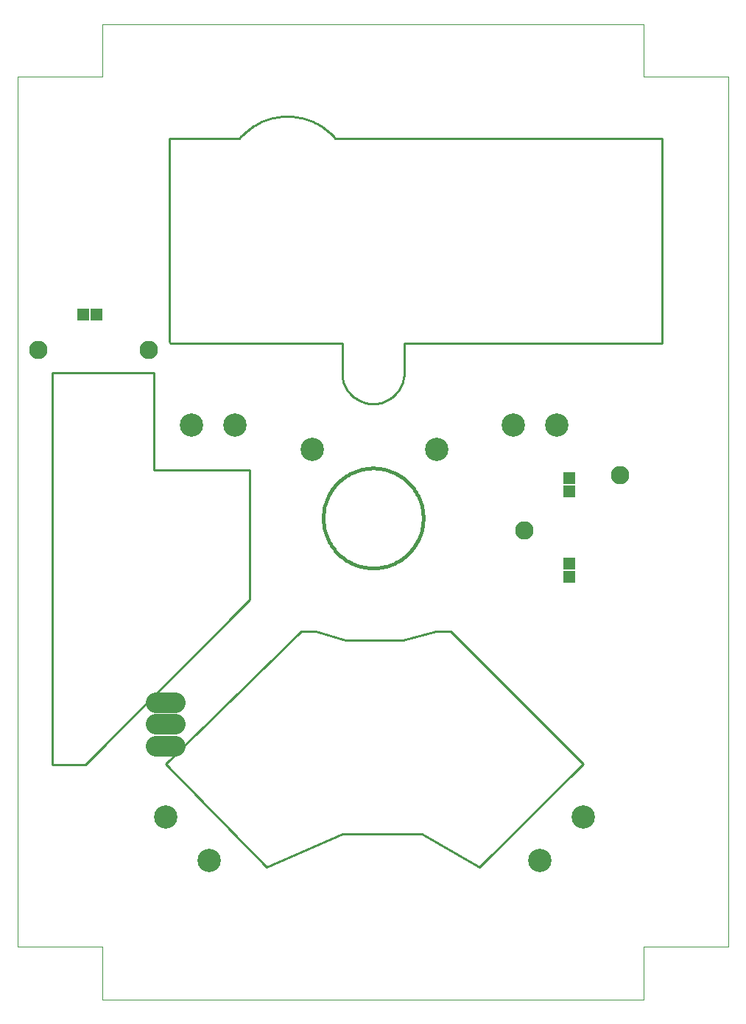
<source format=gts>
G75*
%MOIN*%
%OFA0B0*%
%FSLAX24Y24*%
%IPPOS*%
%LPD*%
%AMOC8*
5,1,8,0,0,1.08239X$1,22.5*
%
%ADD10C,0.0000*%
%ADD11C,0.0100*%
%ADD12C,0.0160*%
%ADD13C,0.0828*%
%ADD14C,0.0936*%
%ADD15R,0.0575X0.0575*%
%ADD16C,0.1054*%
D10*
X002560Y002483D02*
X002560Y041849D01*
X006400Y041849D01*
X006400Y044233D01*
X030896Y044233D01*
X030896Y041849D01*
X034737Y041849D01*
X034737Y002484D01*
X030896Y002484D01*
X030896Y000100D01*
X030897Y000100D01*
X030896Y000100D02*
X006400Y000100D01*
X006400Y002484D01*
X002560Y002484D01*
X002560Y002483D02*
X002562Y002483D01*
X034598Y041852D02*
X034737Y041849D01*
D11*
X031710Y039050D02*
X031710Y029800D01*
X020060Y029800D01*
X020060Y028350D01*
X020039Y028328D02*
X020030Y028255D01*
X020017Y028182D01*
X020000Y028110D01*
X019980Y028040D01*
X019955Y027970D01*
X019927Y027901D01*
X019896Y027835D01*
X019861Y027770D01*
X019823Y027706D01*
X019781Y027645D01*
X019737Y027587D01*
X019689Y027530D01*
X019638Y027477D01*
X019585Y027426D01*
X019529Y027378D01*
X019470Y027332D01*
X019410Y027290D01*
X019347Y027252D01*
X019282Y027216D01*
X019215Y027184D01*
X019147Y027156D01*
X019078Y027131D01*
X019007Y027110D01*
X018935Y027093D01*
X018863Y027079D01*
X018789Y027070D01*
X018716Y027064D01*
X018642Y027062D01*
X018568Y027064D01*
X018495Y027070D01*
X018421Y027079D01*
X018349Y027093D01*
X018277Y027110D01*
X018206Y027131D01*
X018137Y027156D01*
X018069Y027184D01*
X018002Y027216D01*
X017937Y027252D01*
X017874Y027290D01*
X017814Y027332D01*
X017755Y027378D01*
X017699Y027426D01*
X017646Y027477D01*
X017595Y027530D01*
X017547Y027587D01*
X017503Y027645D01*
X017461Y027706D01*
X017423Y027770D01*
X017388Y027835D01*
X017357Y027901D01*
X017329Y027970D01*
X017304Y028040D01*
X017284Y028110D01*
X017267Y028182D01*
X017254Y028255D01*
X017245Y028328D01*
X017260Y028350D02*
X017260Y029800D01*
X009460Y029800D01*
X009410Y029850D02*
X009410Y039050D01*
X009449Y039076D02*
X012599Y039076D01*
X012668Y039154D01*
X012741Y039229D01*
X012816Y039302D01*
X012894Y039371D01*
X012974Y039438D01*
X013057Y039502D01*
X013142Y039563D01*
X013229Y039621D01*
X013318Y039675D01*
X013410Y039726D01*
X013503Y039774D01*
X013597Y039818D01*
X013693Y039859D01*
X013791Y039896D01*
X013890Y039930D01*
X013990Y039960D01*
X014091Y039987D01*
X014193Y040009D01*
X014296Y040028D01*
X014399Y040044D01*
X014503Y040055D01*
X014607Y040063D01*
X014712Y040067D01*
X014816Y040067D01*
X014921Y040063D01*
X015025Y040055D01*
X015129Y040044D01*
X015232Y040028D01*
X015335Y040009D01*
X015437Y039987D01*
X015538Y039960D01*
X015638Y039930D01*
X015737Y039896D01*
X015835Y039859D01*
X015931Y039818D01*
X016025Y039774D01*
X016118Y039726D01*
X016210Y039675D01*
X016299Y039621D01*
X016386Y039563D01*
X016471Y039502D01*
X016554Y039438D01*
X016634Y039371D01*
X016712Y039302D01*
X016787Y039229D01*
X016860Y039154D01*
X016929Y039076D01*
X016930Y039076D02*
X031693Y039076D01*
X022164Y016776D02*
X021491Y016776D01*
X019992Y016352D01*
X017402Y016352D01*
X016049Y016776D01*
X015378Y016776D01*
X009252Y010769D01*
X013827Y006104D01*
X017244Y007601D01*
X020844Y007601D01*
X023469Y006104D01*
X028150Y010769D01*
X022164Y016776D01*
X013069Y018182D02*
X013069Y024072D01*
X008717Y024072D01*
X008717Y028450D01*
X004137Y028450D01*
X004137Y010733D01*
X005623Y010733D01*
X013069Y018182D01*
D12*
X016389Y021887D02*
X016391Y021982D01*
X016397Y022076D01*
X016407Y022170D01*
X016421Y022264D01*
X016438Y022357D01*
X016460Y022449D01*
X016486Y022541D01*
X016515Y022631D01*
X016548Y022719D01*
X016584Y022807D01*
X016625Y022892D01*
X016669Y022976D01*
X016716Y023058D01*
X016767Y023138D01*
X016821Y023216D01*
X016878Y023291D01*
X016938Y023364D01*
X017002Y023435D01*
X017068Y023502D01*
X017137Y023567D01*
X017209Y023629D01*
X017283Y023688D01*
X017360Y023744D01*
X017438Y023796D01*
X017519Y023845D01*
X017602Y023891D01*
X017687Y023933D01*
X017774Y023971D01*
X017862Y024006D01*
X017951Y024037D01*
X018042Y024065D01*
X018134Y024088D01*
X018226Y024108D01*
X018320Y024124D01*
X018414Y024136D01*
X018508Y024144D01*
X018603Y024148D01*
X018697Y024148D01*
X018792Y024144D01*
X018886Y024136D01*
X018980Y024124D01*
X019074Y024108D01*
X019166Y024088D01*
X019258Y024065D01*
X019349Y024037D01*
X019438Y024006D01*
X019526Y023971D01*
X019613Y023933D01*
X019698Y023891D01*
X019780Y023845D01*
X019862Y023796D01*
X019940Y023744D01*
X020017Y023688D01*
X020091Y023629D01*
X020163Y023567D01*
X020232Y023502D01*
X020298Y023435D01*
X020362Y023364D01*
X020422Y023291D01*
X020479Y023216D01*
X020533Y023138D01*
X020584Y023058D01*
X020631Y022976D01*
X020675Y022892D01*
X020716Y022807D01*
X020752Y022719D01*
X020785Y022631D01*
X020814Y022541D01*
X020840Y022449D01*
X020862Y022357D01*
X020879Y022264D01*
X020893Y022170D01*
X020903Y022076D01*
X020909Y021982D01*
X020911Y021887D01*
X020909Y021792D01*
X020903Y021698D01*
X020893Y021604D01*
X020879Y021510D01*
X020862Y021417D01*
X020840Y021325D01*
X020814Y021233D01*
X020785Y021143D01*
X020752Y021055D01*
X020716Y020967D01*
X020675Y020882D01*
X020631Y020798D01*
X020584Y020716D01*
X020533Y020636D01*
X020479Y020558D01*
X020422Y020483D01*
X020362Y020410D01*
X020298Y020339D01*
X020232Y020272D01*
X020163Y020207D01*
X020091Y020145D01*
X020017Y020086D01*
X019940Y020030D01*
X019862Y019978D01*
X019781Y019929D01*
X019698Y019883D01*
X019613Y019841D01*
X019526Y019803D01*
X019438Y019768D01*
X019349Y019737D01*
X019258Y019709D01*
X019166Y019686D01*
X019074Y019666D01*
X018980Y019650D01*
X018886Y019638D01*
X018792Y019630D01*
X018697Y019626D01*
X018603Y019626D01*
X018508Y019630D01*
X018414Y019638D01*
X018320Y019650D01*
X018226Y019666D01*
X018134Y019686D01*
X018042Y019709D01*
X017951Y019737D01*
X017862Y019768D01*
X017774Y019803D01*
X017687Y019841D01*
X017602Y019883D01*
X017520Y019929D01*
X017438Y019978D01*
X017360Y020030D01*
X017283Y020086D01*
X017209Y020145D01*
X017137Y020207D01*
X017068Y020272D01*
X017002Y020339D01*
X016938Y020410D01*
X016878Y020483D01*
X016821Y020558D01*
X016767Y020636D01*
X016716Y020716D01*
X016669Y020798D01*
X016625Y020882D01*
X016584Y020967D01*
X016548Y021055D01*
X016515Y021143D01*
X016486Y021233D01*
X016460Y021325D01*
X016438Y021417D01*
X016421Y021510D01*
X016407Y021604D01*
X016397Y021698D01*
X016391Y021792D01*
X016389Y021887D01*
D13*
X008481Y029513D03*
X003481Y029513D03*
X025491Y021336D03*
X029821Y023836D03*
D14*
X009687Y013544D02*
X008830Y013544D01*
X008830Y012560D02*
X009687Y012560D01*
X009687Y011576D02*
X008830Y011576D01*
D15*
X006123Y031104D03*
X005523Y031104D03*
X027510Y023690D03*
X027510Y023090D03*
X027528Y019841D03*
X027528Y019241D03*
D16*
X026969Y026084D03*
X025000Y026084D03*
X021516Y024982D03*
X015886Y024982D03*
X012402Y026084D03*
X010434Y026084D03*
X009252Y008368D03*
X011221Y006399D03*
X026182Y006399D03*
X028150Y008368D03*
M02*

</source>
